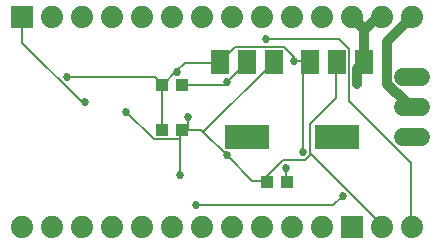
<source format=gbl>
G75*
%MOIN*%
%OFA0B0*%
%FSLAX25Y25*%
%IPPOS*%
%LPD*%
%AMOC8*
5,1,8,0,0,1.08239X$1,22.5*
%
%ADD10R,0.04331X0.03937*%
%ADD11R,0.05900X0.07900*%
%ADD12R,0.15000X0.07900*%
%ADD13C,0.06000*%
%ADD14R,0.07400X0.07400*%
%ADD15C,0.07400*%
%ADD16C,0.00800*%
%ADD17C,0.02700*%
%ADD18C,0.03200*%
D10*
X0052654Y0038500D03*
X0059346Y0038500D03*
X0059346Y0053500D03*
X0052654Y0053500D03*
X0087654Y0021000D03*
X0094346Y0021000D03*
D11*
X0090100Y0060900D03*
X0081100Y0060900D03*
X0072100Y0060900D03*
X0102100Y0060900D03*
X0111100Y0060900D03*
X0120100Y0060900D03*
D12*
X0111000Y0036100D03*
X0081000Y0036100D03*
D13*
X0133000Y0036000D02*
X0139000Y0036000D01*
X0139000Y0046000D02*
X0133000Y0046000D01*
X0133000Y0056000D02*
X0139000Y0056000D01*
D14*
X0116000Y0006000D03*
X0006000Y0076000D03*
D15*
X0006000Y0006000D03*
X0016000Y0006000D03*
X0026000Y0006000D03*
X0036000Y0006000D03*
X0046000Y0006000D03*
X0056000Y0006000D03*
X0066000Y0006000D03*
X0076000Y0006000D03*
X0086000Y0006000D03*
X0096000Y0006000D03*
X0106000Y0006000D03*
X0126000Y0006000D03*
X0136000Y0006000D03*
X0136000Y0076000D03*
X0126000Y0076000D03*
X0116000Y0076000D03*
X0106000Y0076000D03*
X0096000Y0076000D03*
X0086000Y0076000D03*
X0076000Y0076000D03*
X0066000Y0076000D03*
X0056000Y0076000D03*
X0046000Y0076000D03*
X0036000Y0076000D03*
X0026000Y0076000D03*
X0016000Y0076000D03*
D16*
X0006250Y0075900D02*
X0006000Y0076000D01*
X0006250Y0075900D02*
X0006250Y0067500D01*
X0026200Y0047550D01*
X0027250Y0047550D01*
X0021300Y0055950D02*
X0050350Y0055950D01*
X0052450Y0053850D01*
X0052654Y0053500D01*
X0053150Y0053500D01*
X0057525Y0057875D01*
X0057700Y0057700D01*
X0057525Y0057875D02*
X0060500Y0060850D01*
X0072050Y0060850D01*
X0072100Y0060900D01*
X0077300Y0066100D01*
X0093400Y0066100D01*
X0096900Y0062600D01*
X0096900Y0061200D01*
X0101800Y0061200D01*
X0102100Y0060900D01*
X0099700Y0060850D01*
X0099700Y0031100D01*
X0102150Y0030400D02*
X0102150Y0030050D01*
X0100400Y0028300D01*
X0093050Y0028300D01*
X0087450Y0022700D01*
X0087450Y0021650D01*
X0087654Y0021000D01*
X0087450Y0021300D01*
X0082900Y0021300D01*
X0074325Y0029875D01*
X0074500Y0030050D01*
X0074325Y0029875D02*
X0066625Y0037575D01*
X0089900Y0060850D01*
X0090100Y0060900D01*
X0081100Y0060900D02*
X0080800Y0060850D01*
X0074325Y0054375D01*
X0074500Y0054200D01*
X0074325Y0054375D02*
X0073450Y0053500D01*
X0059346Y0053500D01*
X0052800Y0053500D02*
X0052654Y0053500D01*
X0052800Y0053500D02*
X0052800Y0038800D01*
X0052654Y0038500D01*
X0050000Y0035300D02*
X0058750Y0035300D01*
X0058750Y0023400D01*
X0064000Y0013250D02*
X0109850Y0013250D01*
X0113000Y0016400D01*
X0125950Y0006950D02*
X0102500Y0030400D01*
X0102150Y0030400D01*
X0102150Y0040200D01*
X0110900Y0048950D01*
X0110900Y0060850D01*
X0111100Y0060900D01*
X0115100Y0065400D02*
X0111950Y0068550D01*
X0087450Y0068550D01*
X0115100Y0065400D02*
X0115100Y0047900D01*
X0135750Y0027250D01*
X0135750Y0006250D01*
X0136000Y0006000D01*
X0126000Y0006000D02*
X0125950Y0006250D01*
X0125950Y0006950D01*
X0094346Y0021000D02*
X0094100Y0021300D01*
X0094100Y0025850D01*
X0066625Y0037575D02*
X0065750Y0038450D01*
X0061550Y0038450D01*
X0061550Y0042650D01*
X0061550Y0038450D02*
X0059450Y0038450D01*
X0059346Y0038500D01*
X0059450Y0038100D01*
X0058750Y0037400D01*
X0058750Y0035300D01*
X0050000Y0035300D02*
X0040900Y0044400D01*
D17*
X0040900Y0044400D03*
X0027250Y0047550D03*
X0021300Y0055950D03*
X0057700Y0057700D03*
X0074500Y0054200D03*
X0061550Y0042650D03*
X0074500Y0030050D03*
X0058750Y0023400D03*
X0064000Y0013250D03*
X0094100Y0025850D03*
X0099700Y0031100D03*
X0113000Y0016400D03*
X0117900Y0053850D03*
X0096900Y0061200D03*
X0087450Y0068550D03*
D18*
X0116000Y0076000D02*
X0116150Y0075900D01*
X0120000Y0072050D01*
X0121400Y0072750D01*
X0124550Y0075900D01*
X0125950Y0075900D01*
X0126000Y0076000D01*
X0120000Y0072050D02*
X0120000Y0061200D01*
X0120100Y0060900D01*
X0118950Y0059800D01*
X0117900Y0058750D01*
X0117900Y0053850D01*
X0127700Y0053850D02*
X0127700Y0067850D01*
X0135750Y0075900D01*
X0136000Y0076000D01*
X0127700Y0053850D02*
X0130850Y0050700D01*
X0131200Y0050700D01*
X0135750Y0046150D01*
X0136000Y0046000D01*
M02*

</source>
